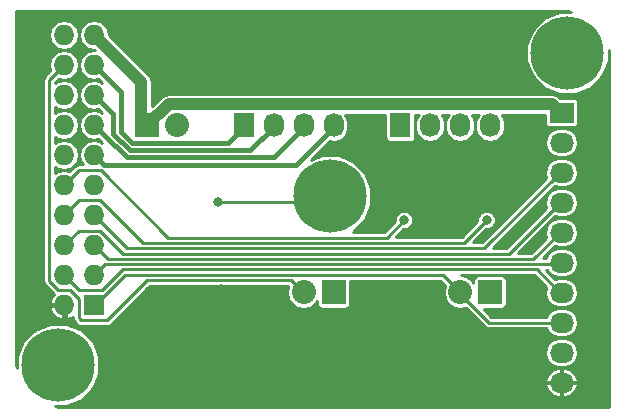
<source format=gbl>
G04 #@! TF.GenerationSoftware,KiCad,Pcbnew,(2016-12-15 revision b13c7e4)-master*
G04 #@! TF.CreationDate,2017-03-13T10:32:04-06:00*
G04 #@! TF.ProjectId,ToolHead_PCB,546F6F6C486561645F5043422E6B6963,0.7*
G04 #@! TF.FileFunction,Copper,L2,Bot,Signal*
G04 #@! TF.FilePolarity,Positive*
%FSLAX46Y46*%
G04 Gerber Fmt 4.6, Leading zero omitted, Abs format (unit mm)*
G04 Created by KiCad (PCBNEW (2016-12-15 revision b13c7e4)-master) date Mon Mar 13 10:32:04 2017*
%MOMM*%
%LPD*%
G01*
G04 APERTURE LIST*
%ADD10C,0.100000*%
%ADD11O,2.032000X1.727200*%
%ADD12R,2.032000X1.727200*%
%ADD13R,2.032000X2.032000*%
%ADD14O,2.032000X2.032000*%
%ADD15C,6.200000*%
%ADD16R,1.727200X1.727200*%
%ADD17O,1.727200X1.727200*%
%ADD18O,1.727200X2.032000*%
%ADD19R,1.727200X2.032000*%
%ADD20C,0.800000*%
%ADD21C,0.250000*%
%ADD22C,1.000000*%
%ADD23C,0.400000*%
%ADD24C,0.254000*%
G04 APERTURE END LIST*
D10*
D11*
X164080000Y-106760000D03*
X164080000Y-104220000D03*
X164080000Y-101680000D03*
X164080000Y-99140000D03*
X164080000Y-96600000D03*
X164080000Y-94060000D03*
X164080000Y-91520000D03*
X164080000Y-88980000D03*
X164080000Y-86440000D03*
D12*
X164080000Y-83900000D03*
D13*
X129005000Y-85000000D03*
D14*
X131545000Y-85000000D03*
D15*
X144500000Y-91000000D03*
D16*
X124505000Y-100200000D03*
D17*
X121965000Y-100200000D03*
X124505000Y-97660000D03*
X121965000Y-97660000D03*
X124505000Y-95120000D03*
X121965000Y-95120000D03*
X124505000Y-92580000D03*
X121965000Y-92580000D03*
X124505000Y-90040000D03*
X121965000Y-90040000D03*
X124505000Y-87500000D03*
X121965000Y-87500000D03*
X124505000Y-84960000D03*
X121965000Y-84960000D03*
X124505000Y-82420000D03*
X121965000Y-82420000D03*
X124505000Y-79880000D03*
X121965000Y-79880000D03*
X124505000Y-77340000D03*
X121965000Y-77340000D03*
D15*
X121465000Y-105250000D03*
X164580000Y-78850000D03*
D18*
X158025000Y-85000000D03*
X155485000Y-85000000D03*
X152945000Y-85000000D03*
D19*
X150405000Y-85000000D03*
X137165000Y-85000000D03*
D18*
X139705000Y-85000000D03*
X142245000Y-85000000D03*
X144785000Y-85000000D03*
D14*
X155485000Y-99100000D03*
D13*
X158025000Y-99100000D03*
D14*
X142245000Y-99100000D03*
D13*
X144785000Y-99100000D03*
D20*
X135000000Y-91500000D03*
X150735000Y-93020000D03*
X157735000Y-93020000D03*
X119919491Y-91300000D03*
X129150000Y-99050000D03*
X154240000Y-91770000D03*
X135250000Y-98870000D03*
D21*
X144000000Y-91500000D02*
X135000000Y-91500000D01*
X130751609Y-94489085D02*
X149265915Y-94489085D01*
X149265915Y-94489085D02*
X150735000Y-93020000D01*
X123205000Y-88800000D02*
X125062524Y-88800000D01*
X125062524Y-88800000D02*
X130751609Y-94489085D01*
X121965000Y-90040000D02*
X123205000Y-88800000D01*
X155815905Y-94939095D02*
X128618225Y-94939095D01*
X125029210Y-91350080D02*
X123194920Y-91350080D01*
X123194920Y-91350080D02*
X121965000Y-92580000D01*
X157735000Y-93020000D02*
X155815905Y-94939095D01*
X128618225Y-94939095D02*
X125029210Y-91350080D01*
D22*
X163969783Y-83900000D02*
X163269783Y-83200000D01*
X129005318Y-85000000D02*
X129005000Y-85000000D01*
X163269783Y-83200000D02*
X130805318Y-83200000D01*
X130805318Y-83200000D02*
X129005318Y-85000000D01*
X128497706Y-81332706D02*
X128497706Y-84492706D01*
X128497706Y-84492706D02*
X129005000Y-85000000D01*
X124505000Y-77340000D02*
X128497706Y-81332706D01*
D21*
X120699671Y-98158801D02*
X120699671Y-81145329D01*
X120699671Y-81145329D02*
X121965000Y-79880000D01*
X129009957Y-98090043D02*
X141190043Y-98090043D01*
X142200000Y-99100000D02*
X142245000Y-99100000D01*
X125800183Y-101299817D02*
X129009957Y-98090043D01*
X125601740Y-101498078D02*
X125800001Y-101299817D01*
X125800001Y-101299817D02*
X125800183Y-101299817D01*
X141190043Y-98090043D02*
X142200000Y-99100000D01*
X120699671Y-98158801D02*
X121440870Y-98900000D01*
X121440870Y-98900000D02*
X122419130Y-98900000D01*
X122419130Y-98900000D02*
X123199299Y-99680169D01*
X123199299Y-99680169D02*
X123199299Y-101300897D01*
X123396480Y-101498078D02*
X125601740Y-101498078D01*
X123199299Y-101300897D02*
X123396480Y-101498078D01*
D23*
X144785000Y-85000000D02*
X144785000Y-85152400D01*
X144785000Y-85152400D02*
X141617400Y-88320000D01*
X125325000Y-88320000D02*
X124505000Y-87500000D01*
X141617400Y-88320000D02*
X125325000Y-88320000D01*
X125368599Y-85823599D02*
X124505000Y-84960000D01*
X127248750Y-87703750D02*
X125368599Y-85823599D01*
X139687064Y-87703750D02*
X127248750Y-87703750D01*
X139690357Y-87707043D02*
X139687064Y-87703750D01*
X142245000Y-85152400D02*
X139690357Y-87707043D01*
X137696260Y-87103740D02*
X137692529Y-87100009D01*
X137692529Y-87100009D02*
X127501013Y-87100009D01*
X127501013Y-87100009D02*
X127497282Y-87103740D01*
X125368599Y-83283599D02*
X124505000Y-82420000D01*
X126108402Y-84023402D02*
X125368599Y-83283599D01*
X127497282Y-87103740D02*
X126108402Y-85714860D01*
X126108402Y-85714860D02*
X126108402Y-84023402D01*
X139705000Y-85095000D02*
X137696260Y-87103740D01*
X135800000Y-86500000D02*
X127742084Y-86500000D01*
X125368599Y-80743599D02*
X124505000Y-79880000D01*
X126761670Y-82136670D02*
X125368599Y-80743599D01*
X126761670Y-85519586D02*
X126761670Y-82136670D01*
X127742084Y-86500000D02*
X126761670Y-85519586D01*
X137165000Y-85135000D02*
X135800000Y-86500000D01*
D21*
X126910602Y-97189398D02*
X159730000Y-97189398D01*
X159730000Y-97189398D02*
X160591189Y-97189398D01*
X163927600Y-99140000D02*
X161976998Y-97189398D01*
X161976998Y-97189398D02*
X159730000Y-97189398D01*
X121965000Y-97660000D02*
X123205000Y-98900000D01*
X125200000Y-98900000D02*
X126910602Y-97189398D01*
X123205000Y-98900000D02*
X125200000Y-98900000D01*
X126978495Y-95839365D02*
X156930000Y-95839365D01*
X156930000Y-95839365D02*
X158053235Y-95839365D01*
X163927600Y-91520000D02*
X159608235Y-95839365D01*
X159608235Y-95839365D02*
X156930000Y-95839365D01*
X121965000Y-95120000D02*
X123185070Y-93899930D01*
X123185070Y-93899930D02*
X125039060Y-93899930D01*
X125039060Y-93899930D02*
X126978495Y-95839365D01*
X161910000Y-96739386D02*
X163950613Y-96739386D01*
X161910000Y-96739386D02*
X162385614Y-96739386D01*
X160200000Y-96739386D02*
X161910000Y-96739386D01*
X125368599Y-96796401D02*
X124505000Y-97660000D01*
X125425614Y-96739386D02*
X125368599Y-96796401D01*
X160200000Y-96739386D02*
X125425614Y-96739386D01*
X124505000Y-97660000D02*
X125425615Y-96739385D01*
X157518246Y-95389354D02*
X127314354Y-95389354D01*
X163927600Y-88980000D02*
X157518246Y-95389354D01*
X127314354Y-95389354D02*
X124505000Y-92580000D01*
X164080000Y-101680000D02*
X157930000Y-101680000D01*
X157930000Y-101680000D02*
X155485000Y-99235000D01*
X155485000Y-99235000D02*
X155485000Y-99100000D01*
X127097003Y-97639407D02*
X154024407Y-97639407D01*
X154024409Y-97639409D02*
X155485000Y-99100000D01*
X154024407Y-97639407D02*
X154024409Y-97639409D01*
X124536410Y-100200000D02*
X127097003Y-97639407D01*
X163927600Y-94060000D02*
X161698224Y-96289376D01*
X160110204Y-96289376D02*
X159680000Y-96289376D01*
X159680000Y-96289376D02*
X125674376Y-96289376D01*
X161698224Y-96289376D02*
X159680000Y-96289376D01*
X125674376Y-96289376D02*
X124505000Y-95120000D01*
D24*
G36*
X164853000Y-75369236D02*
X163890624Y-75368397D01*
X162610748Y-75897231D01*
X161630672Y-76875597D01*
X161099605Y-78154549D01*
X161098397Y-79539376D01*
X161627231Y-80819252D01*
X162605597Y-81799328D01*
X163884549Y-82330395D01*
X165269376Y-82331603D01*
X166549252Y-81802769D01*
X167529328Y-80824403D01*
X168060395Y-79545451D01*
X168061238Y-78579384D01*
X168124000Y-78894911D01*
X168124000Y-108794000D01*
X121509911Y-108794000D01*
X121192000Y-108730764D01*
X122154376Y-108731603D01*
X123434252Y-108202769D01*
X124414328Y-107224403D01*
X124500381Y-107017163D01*
X162709858Y-107017163D01*
X162753439Y-107177622D01*
X163002634Y-107595164D01*
X163392646Y-107885560D01*
X163864100Y-108004600D01*
X164016500Y-108004600D01*
X164016500Y-106823500D01*
X164143500Y-106823500D01*
X164143500Y-108004600D01*
X164295900Y-108004600D01*
X164767354Y-107885560D01*
X165157366Y-107595164D01*
X165406561Y-107177622D01*
X165450142Y-107017163D01*
X165379995Y-106823500D01*
X164143500Y-106823500D01*
X164016500Y-106823500D01*
X162780005Y-106823500D01*
X162709858Y-107017163D01*
X124500381Y-107017163D01*
X124713947Y-106502837D01*
X162709858Y-106502837D01*
X162780005Y-106696500D01*
X164016500Y-106696500D01*
X164016500Y-105515400D01*
X164143500Y-105515400D01*
X164143500Y-106696500D01*
X165379995Y-106696500D01*
X165450142Y-106502837D01*
X165406561Y-106342378D01*
X165157366Y-105924836D01*
X164767354Y-105634440D01*
X164295900Y-105515400D01*
X164143500Y-105515400D01*
X164016500Y-105515400D01*
X163864100Y-105515400D01*
X163392646Y-105634440D01*
X163002634Y-105924836D01*
X162753439Y-106342378D01*
X162709858Y-106502837D01*
X124713947Y-106502837D01*
X124945395Y-105945451D01*
X124946603Y-104560624D01*
X124805861Y-104220000D01*
X162655631Y-104220000D01*
X162750371Y-104696288D01*
X163020166Y-105100065D01*
X163423943Y-105369860D01*
X163900231Y-105464600D01*
X164259769Y-105464600D01*
X164736057Y-105369860D01*
X165139834Y-105100065D01*
X165409629Y-104696288D01*
X165504369Y-104220000D01*
X165409629Y-103743712D01*
X165139834Y-103339935D01*
X164736057Y-103070140D01*
X164259769Y-102975400D01*
X163900231Y-102975400D01*
X163423943Y-103070140D01*
X163020166Y-103339935D01*
X162750371Y-103743712D01*
X162655631Y-104220000D01*
X124805861Y-104220000D01*
X124417769Y-103280748D01*
X123439403Y-102300672D01*
X122160451Y-101769605D01*
X120775624Y-101768397D01*
X119495748Y-102297231D01*
X118515672Y-103275597D01*
X117984605Y-104554549D01*
X117983762Y-105520616D01*
X117921000Y-105205089D01*
X117921000Y-100515231D01*
X120760983Y-100515231D01*
X120890720Y-100828473D01*
X121213001Y-101191742D01*
X121649767Y-101404028D01*
X121842000Y-101343268D01*
X121842000Y-100323000D01*
X120822250Y-100323000D01*
X120760983Y-100515231D01*
X117921000Y-100515231D01*
X117921000Y-81145329D01*
X120193671Y-81145329D01*
X120193671Y-98158801D01*
X120232188Y-98352439D01*
X120341875Y-98516597D01*
X121083074Y-99257796D01*
X121137054Y-99293864D01*
X120890720Y-99571527D01*
X120760983Y-99884769D01*
X120822250Y-100077000D01*
X121842000Y-100077000D01*
X121842000Y-100057000D01*
X122088000Y-100057000D01*
X122088000Y-100077000D01*
X122108000Y-100077000D01*
X122108000Y-100323000D01*
X122088000Y-100323000D01*
X122088000Y-101343268D01*
X122280233Y-101404028D01*
X122693299Y-101203261D01*
X122693299Y-101300897D01*
X122731816Y-101494535D01*
X122841503Y-101658693D01*
X123038684Y-101855874D01*
X123202842Y-101965561D01*
X123396480Y-102004078D01*
X125601740Y-102004078D01*
X125795378Y-101965561D01*
X125959536Y-101855874D01*
X126157431Y-101657979D01*
X126157979Y-101657613D01*
X129219549Y-98596043D01*
X140942799Y-98596043D01*
X140848000Y-99072631D01*
X140848000Y-99127369D01*
X140954340Y-99661978D01*
X141257172Y-100115197D01*
X141710391Y-100418029D01*
X142245000Y-100524369D01*
X142779609Y-100418029D01*
X143232828Y-100115197D01*
X143380536Y-99894137D01*
X143380536Y-100116000D01*
X143410106Y-100264659D01*
X143494314Y-100390686D01*
X143620341Y-100474894D01*
X143769000Y-100504464D01*
X145801000Y-100504464D01*
X145949659Y-100474894D01*
X146075686Y-100390686D01*
X146159894Y-100264659D01*
X146189464Y-100116000D01*
X146189464Y-98145407D01*
X153814815Y-98145407D01*
X154199583Y-98530175D01*
X154194340Y-98538022D01*
X154088000Y-99072631D01*
X154088000Y-99127369D01*
X154194340Y-99661978D01*
X154497172Y-100115197D01*
X154950391Y-100418029D01*
X155485000Y-100524369D01*
X155963582Y-100429174D01*
X157572204Y-102037796D01*
X157736362Y-102147483D01*
X157930000Y-102186000D01*
X162770224Y-102186000D01*
X163020166Y-102560065D01*
X163423943Y-102829860D01*
X163900231Y-102924600D01*
X164259769Y-102924600D01*
X164736057Y-102829860D01*
X165139834Y-102560065D01*
X165409629Y-102156288D01*
X165504369Y-101680000D01*
X165409629Y-101203712D01*
X165139834Y-100799935D01*
X164736057Y-100530140D01*
X164259769Y-100435400D01*
X163900231Y-100435400D01*
X163423943Y-100530140D01*
X163020166Y-100799935D01*
X162770224Y-101174000D01*
X158139592Y-101174000D01*
X157470056Y-100504464D01*
X159041000Y-100504464D01*
X159189659Y-100474894D01*
X159315686Y-100390686D01*
X159399894Y-100264659D01*
X159429464Y-100116000D01*
X159429464Y-98084000D01*
X159399894Y-97935341D01*
X159315686Y-97809314D01*
X159189659Y-97725106D01*
X159041000Y-97695536D01*
X157009000Y-97695536D01*
X156860341Y-97725106D01*
X156734314Y-97809314D01*
X156650106Y-97935341D01*
X156620536Y-98084000D01*
X156620536Y-98305863D01*
X156472828Y-98084803D01*
X156019609Y-97781971D01*
X155584376Y-97695398D01*
X161767406Y-97695398D01*
X162747940Y-98675932D01*
X162655631Y-99140000D01*
X162750371Y-99616288D01*
X163020166Y-100020065D01*
X163423943Y-100289860D01*
X163900231Y-100384600D01*
X164259769Y-100384600D01*
X164736057Y-100289860D01*
X165139834Y-100020065D01*
X165409629Y-99616288D01*
X165504369Y-99140000D01*
X165409629Y-98663712D01*
X165139834Y-98259935D01*
X164736057Y-97990140D01*
X164259769Y-97895400D01*
X163900231Y-97895400D01*
X163481820Y-97978628D01*
X162748578Y-97245386D01*
X162863359Y-97245386D01*
X163020166Y-97480065D01*
X163423943Y-97749860D01*
X163900231Y-97844600D01*
X164259769Y-97844600D01*
X164736057Y-97749860D01*
X165139834Y-97480065D01*
X165409629Y-97076288D01*
X165504369Y-96600000D01*
X165409629Y-96123712D01*
X165139834Y-95719935D01*
X164736057Y-95450140D01*
X164259769Y-95355400D01*
X163900231Y-95355400D01*
X163423943Y-95450140D01*
X163020166Y-95719935D01*
X162750371Y-96123712D01*
X162728555Y-96233386D01*
X162469806Y-96233386D01*
X163481820Y-95221372D01*
X163900231Y-95304600D01*
X164259769Y-95304600D01*
X164736057Y-95209860D01*
X165139834Y-94940065D01*
X165409629Y-94536288D01*
X165504369Y-94060000D01*
X165409629Y-93583712D01*
X165139834Y-93179935D01*
X164736057Y-92910140D01*
X164259769Y-92815400D01*
X163900231Y-92815400D01*
X163423943Y-92910140D01*
X163020166Y-93179935D01*
X162750371Y-93583712D01*
X162655631Y-94060000D01*
X162747940Y-94524068D01*
X161488632Y-95783376D01*
X160379816Y-95783376D01*
X163481820Y-92681372D01*
X163900231Y-92764600D01*
X164259769Y-92764600D01*
X164736057Y-92669860D01*
X165139834Y-92400065D01*
X165409629Y-91996288D01*
X165504369Y-91520000D01*
X165409629Y-91043712D01*
X165139834Y-90639935D01*
X164736057Y-90370140D01*
X164259769Y-90275400D01*
X163900231Y-90275400D01*
X163423943Y-90370140D01*
X163020166Y-90639935D01*
X162750371Y-91043712D01*
X162655631Y-91520000D01*
X162747940Y-91984068D01*
X159398643Y-95333365D01*
X158289827Y-95333365D01*
X163481820Y-90141372D01*
X163900231Y-90224600D01*
X164259769Y-90224600D01*
X164736057Y-90129860D01*
X165139834Y-89860065D01*
X165409629Y-89456288D01*
X165504369Y-88980000D01*
X165409629Y-88503712D01*
X165139834Y-88099935D01*
X164736057Y-87830140D01*
X164259769Y-87735400D01*
X163900231Y-87735400D01*
X163423943Y-87830140D01*
X163020166Y-88099935D01*
X162750371Y-88503712D01*
X162655631Y-88980000D01*
X162747940Y-89444068D01*
X157308654Y-94883354D01*
X156587238Y-94883354D01*
X157669649Y-93800943D01*
X157889669Y-93801136D01*
X158176823Y-93682486D01*
X158396714Y-93462979D01*
X158515864Y-93176032D01*
X158516136Y-92865331D01*
X158397486Y-92578177D01*
X158177979Y-92358286D01*
X157891032Y-92239136D01*
X157580331Y-92238864D01*
X157293177Y-92357514D01*
X157073286Y-92577021D01*
X156954136Y-92863968D01*
X156953942Y-93085466D01*
X155606313Y-94433095D01*
X150037497Y-94433095D01*
X150669649Y-93800943D01*
X150889669Y-93801136D01*
X151176823Y-93682486D01*
X151396714Y-93462979D01*
X151515864Y-93176032D01*
X151516136Y-92865331D01*
X151397486Y-92578177D01*
X151177979Y-92358286D01*
X150891032Y-92239136D01*
X150580331Y-92238864D01*
X150293177Y-92357514D01*
X150073286Y-92577021D01*
X149954136Y-92863968D01*
X149953942Y-93085466D01*
X149056323Y-93983085D01*
X146395882Y-93983085D01*
X146469252Y-93952769D01*
X147449328Y-92974403D01*
X147980395Y-91695451D01*
X147981603Y-90310624D01*
X147452769Y-89030748D01*
X146474403Y-88050672D01*
X145195451Y-87519605D01*
X143810624Y-87518397D01*
X142839331Y-87919727D01*
X144319058Y-86440000D01*
X162655631Y-86440000D01*
X162750371Y-86916288D01*
X163020166Y-87320065D01*
X163423943Y-87589860D01*
X163900231Y-87684600D01*
X164259769Y-87684600D01*
X164736057Y-87589860D01*
X165139834Y-87320065D01*
X165409629Y-86916288D01*
X165504369Y-86440000D01*
X165409629Y-85963712D01*
X165139834Y-85559935D01*
X164736057Y-85290140D01*
X164259769Y-85195400D01*
X163900231Y-85195400D01*
X163423943Y-85290140D01*
X163020166Y-85559935D01*
X162750371Y-85963712D01*
X162655631Y-86440000D01*
X144319058Y-86440000D01*
X144409401Y-86349657D01*
X144785000Y-86424369D01*
X145261288Y-86329629D01*
X145665065Y-86059834D01*
X145934860Y-85656057D01*
X146029600Y-85179769D01*
X146029600Y-84820231D01*
X145934860Y-84343943D01*
X145759167Y-84081000D01*
X149152936Y-84081000D01*
X149152936Y-86016000D01*
X149182506Y-86164659D01*
X149266714Y-86290686D01*
X149392741Y-86374894D01*
X149541400Y-86404464D01*
X151268600Y-86404464D01*
X151417259Y-86374894D01*
X151543286Y-86290686D01*
X151627494Y-86164659D01*
X151657064Y-86016000D01*
X151657064Y-84081000D01*
X151970833Y-84081000D01*
X151795140Y-84343943D01*
X151700400Y-84820231D01*
X151700400Y-85179769D01*
X151795140Y-85656057D01*
X152064935Y-86059834D01*
X152468712Y-86329629D01*
X152945000Y-86424369D01*
X153421288Y-86329629D01*
X153825065Y-86059834D01*
X154094860Y-85656057D01*
X154189600Y-85179769D01*
X154189600Y-84820231D01*
X154094860Y-84343943D01*
X153919167Y-84081000D01*
X154510833Y-84081000D01*
X154335140Y-84343943D01*
X154240400Y-84820231D01*
X154240400Y-85179769D01*
X154335140Y-85656057D01*
X154604935Y-86059834D01*
X155008712Y-86329629D01*
X155485000Y-86424369D01*
X155961288Y-86329629D01*
X156365065Y-86059834D01*
X156634860Y-85656057D01*
X156729600Y-85179769D01*
X156729600Y-84820231D01*
X156634860Y-84343943D01*
X156459167Y-84081000D01*
X157050833Y-84081000D01*
X156875140Y-84343943D01*
X156780400Y-84820231D01*
X156780400Y-85179769D01*
X156875140Y-85656057D01*
X157144935Y-86059834D01*
X157548712Y-86329629D01*
X158025000Y-86424369D01*
X158501288Y-86329629D01*
X158905065Y-86059834D01*
X159174860Y-85656057D01*
X159269600Y-85179769D01*
X159269600Y-84820231D01*
X159174860Y-84343943D01*
X158999167Y-84081000D01*
X162675536Y-84081000D01*
X162675536Y-84763600D01*
X162705106Y-84912259D01*
X162789314Y-85038286D01*
X162915341Y-85122494D01*
X163064000Y-85152064D01*
X165096000Y-85152064D01*
X165244659Y-85122494D01*
X165370686Y-85038286D01*
X165454894Y-84912259D01*
X165484464Y-84763600D01*
X165484464Y-83036400D01*
X165454894Y-82887741D01*
X165370686Y-82761714D01*
X165244659Y-82677506D01*
X165096000Y-82647936D01*
X163963641Y-82647936D01*
X163892744Y-82577039D01*
X163606927Y-82386062D01*
X163269783Y-82319000D01*
X130805318Y-82319000D01*
X130468173Y-82386062D01*
X130182357Y-82577039D01*
X129378706Y-83380690D01*
X129378706Y-81332706D01*
X129311644Y-80995562D01*
X129120667Y-80709745D01*
X125770157Y-77359235D01*
X125773983Y-77340000D01*
X125679243Y-76863712D01*
X125409448Y-76459935D01*
X125005671Y-76190140D01*
X124529383Y-76095400D01*
X124480617Y-76095400D01*
X124004329Y-76190140D01*
X123600552Y-76459935D01*
X123330757Y-76863712D01*
X123236017Y-77340000D01*
X123330757Y-77816288D01*
X123600552Y-78220065D01*
X124004329Y-78489860D01*
X124480617Y-78584600D01*
X124503678Y-78584600D01*
X124560709Y-78641631D01*
X124529383Y-78635400D01*
X124480617Y-78635400D01*
X124004329Y-78730140D01*
X123600552Y-78999935D01*
X123330757Y-79403712D01*
X123236017Y-79880000D01*
X123330757Y-80356288D01*
X123600552Y-80760065D01*
X124004329Y-81029860D01*
X124480617Y-81124600D01*
X124529383Y-81124600D01*
X124861817Y-81058475D01*
X125210031Y-81406689D01*
X125005671Y-81270140D01*
X124529383Y-81175400D01*
X124480617Y-81175400D01*
X124004329Y-81270140D01*
X123600552Y-81539935D01*
X123330757Y-81943712D01*
X123236017Y-82420000D01*
X123330757Y-82896288D01*
X123600552Y-83300065D01*
X124004329Y-83569860D01*
X124480617Y-83664600D01*
X124529383Y-83664600D01*
X124861817Y-83598475D01*
X125210031Y-83946689D01*
X125005671Y-83810140D01*
X124529383Y-83715400D01*
X124480617Y-83715400D01*
X124004329Y-83810140D01*
X123600552Y-84079935D01*
X123330757Y-84483712D01*
X123236017Y-84960000D01*
X123330757Y-85436288D01*
X123600552Y-85840065D01*
X124004329Y-86109860D01*
X124480617Y-86204600D01*
X124529383Y-86204600D01*
X124861817Y-86138475D01*
X125210031Y-86486689D01*
X125005671Y-86350140D01*
X124529383Y-86255400D01*
X124480617Y-86255400D01*
X124004329Y-86350140D01*
X123600552Y-86619935D01*
X123330757Y-87023712D01*
X123236017Y-87500000D01*
X123330757Y-87976288D01*
X123543045Y-88294000D01*
X123205000Y-88294000D01*
X123011362Y-88332517D01*
X122847204Y-88442204D01*
X122410285Y-88879123D01*
X121989383Y-88795400D01*
X121940617Y-88795400D01*
X121464329Y-88890140D01*
X121205671Y-89062970D01*
X121205671Y-88477030D01*
X121464329Y-88649860D01*
X121940617Y-88744600D01*
X121989383Y-88744600D01*
X122465671Y-88649860D01*
X122869448Y-88380065D01*
X123139243Y-87976288D01*
X123233983Y-87500000D01*
X123139243Y-87023712D01*
X122869448Y-86619935D01*
X122465671Y-86350140D01*
X121989383Y-86255400D01*
X121940617Y-86255400D01*
X121464329Y-86350140D01*
X121205671Y-86522970D01*
X121205671Y-85937030D01*
X121464329Y-86109860D01*
X121940617Y-86204600D01*
X121989383Y-86204600D01*
X122465671Y-86109860D01*
X122869448Y-85840065D01*
X123139243Y-85436288D01*
X123233983Y-84960000D01*
X123139243Y-84483712D01*
X122869448Y-84079935D01*
X122465671Y-83810140D01*
X121989383Y-83715400D01*
X121940617Y-83715400D01*
X121464329Y-83810140D01*
X121205671Y-83982970D01*
X121205671Y-83397030D01*
X121464329Y-83569860D01*
X121940617Y-83664600D01*
X121989383Y-83664600D01*
X122465671Y-83569860D01*
X122869448Y-83300065D01*
X123139243Y-82896288D01*
X123233983Y-82420000D01*
X123139243Y-81943712D01*
X122869448Y-81539935D01*
X122465671Y-81270140D01*
X121989383Y-81175400D01*
X121940617Y-81175400D01*
X121464329Y-81270140D01*
X121205671Y-81442970D01*
X121205671Y-81354921D01*
X121519715Y-81040877D01*
X121940617Y-81124600D01*
X121989383Y-81124600D01*
X122465671Y-81029860D01*
X122869448Y-80760065D01*
X123139243Y-80356288D01*
X123233983Y-79880000D01*
X123139243Y-79403712D01*
X122869448Y-78999935D01*
X122465671Y-78730140D01*
X121989383Y-78635400D01*
X121940617Y-78635400D01*
X121464329Y-78730140D01*
X121060552Y-78999935D01*
X120790757Y-79403712D01*
X120696017Y-79880000D01*
X120787831Y-80341577D01*
X120341875Y-80787533D01*
X120232188Y-80951691D01*
X120193671Y-81145329D01*
X117921000Y-81145329D01*
X117921000Y-77340000D01*
X120696017Y-77340000D01*
X120790757Y-77816288D01*
X121060552Y-78220065D01*
X121464329Y-78489860D01*
X121940617Y-78584600D01*
X121989383Y-78584600D01*
X122465671Y-78489860D01*
X122869448Y-78220065D01*
X123139243Y-77816288D01*
X123233983Y-77340000D01*
X123139243Y-76863712D01*
X122869448Y-76459935D01*
X122465671Y-76190140D01*
X121989383Y-76095400D01*
X121940617Y-76095400D01*
X121464329Y-76190140D01*
X121060552Y-76459935D01*
X120790757Y-76863712D01*
X120696017Y-77340000D01*
X117921000Y-77340000D01*
X117921000Y-75306000D01*
X164535089Y-75306000D01*
X164853000Y-75369236D01*
X164853000Y-75369236D01*
G37*
X164853000Y-75369236D02*
X163890624Y-75368397D01*
X162610748Y-75897231D01*
X161630672Y-76875597D01*
X161099605Y-78154549D01*
X161098397Y-79539376D01*
X161627231Y-80819252D01*
X162605597Y-81799328D01*
X163884549Y-82330395D01*
X165269376Y-82331603D01*
X166549252Y-81802769D01*
X167529328Y-80824403D01*
X168060395Y-79545451D01*
X168061238Y-78579384D01*
X168124000Y-78894911D01*
X168124000Y-108794000D01*
X121509911Y-108794000D01*
X121192000Y-108730764D01*
X122154376Y-108731603D01*
X123434252Y-108202769D01*
X124414328Y-107224403D01*
X124500381Y-107017163D01*
X162709858Y-107017163D01*
X162753439Y-107177622D01*
X163002634Y-107595164D01*
X163392646Y-107885560D01*
X163864100Y-108004600D01*
X164016500Y-108004600D01*
X164016500Y-106823500D01*
X164143500Y-106823500D01*
X164143500Y-108004600D01*
X164295900Y-108004600D01*
X164767354Y-107885560D01*
X165157366Y-107595164D01*
X165406561Y-107177622D01*
X165450142Y-107017163D01*
X165379995Y-106823500D01*
X164143500Y-106823500D01*
X164016500Y-106823500D01*
X162780005Y-106823500D01*
X162709858Y-107017163D01*
X124500381Y-107017163D01*
X124713947Y-106502837D01*
X162709858Y-106502837D01*
X162780005Y-106696500D01*
X164016500Y-106696500D01*
X164016500Y-105515400D01*
X164143500Y-105515400D01*
X164143500Y-106696500D01*
X165379995Y-106696500D01*
X165450142Y-106502837D01*
X165406561Y-106342378D01*
X165157366Y-105924836D01*
X164767354Y-105634440D01*
X164295900Y-105515400D01*
X164143500Y-105515400D01*
X164016500Y-105515400D01*
X163864100Y-105515400D01*
X163392646Y-105634440D01*
X163002634Y-105924836D01*
X162753439Y-106342378D01*
X162709858Y-106502837D01*
X124713947Y-106502837D01*
X124945395Y-105945451D01*
X124946603Y-104560624D01*
X124805861Y-104220000D01*
X162655631Y-104220000D01*
X162750371Y-104696288D01*
X163020166Y-105100065D01*
X163423943Y-105369860D01*
X163900231Y-105464600D01*
X164259769Y-105464600D01*
X164736057Y-105369860D01*
X165139834Y-105100065D01*
X165409629Y-104696288D01*
X165504369Y-104220000D01*
X165409629Y-103743712D01*
X165139834Y-103339935D01*
X164736057Y-103070140D01*
X164259769Y-102975400D01*
X163900231Y-102975400D01*
X163423943Y-103070140D01*
X163020166Y-103339935D01*
X162750371Y-103743712D01*
X162655631Y-104220000D01*
X124805861Y-104220000D01*
X124417769Y-103280748D01*
X123439403Y-102300672D01*
X122160451Y-101769605D01*
X120775624Y-101768397D01*
X119495748Y-102297231D01*
X118515672Y-103275597D01*
X117984605Y-104554549D01*
X117983762Y-105520616D01*
X117921000Y-105205089D01*
X117921000Y-100515231D01*
X120760983Y-100515231D01*
X120890720Y-100828473D01*
X121213001Y-101191742D01*
X121649767Y-101404028D01*
X121842000Y-101343268D01*
X121842000Y-100323000D01*
X120822250Y-100323000D01*
X120760983Y-100515231D01*
X117921000Y-100515231D01*
X117921000Y-81145329D01*
X120193671Y-81145329D01*
X120193671Y-98158801D01*
X120232188Y-98352439D01*
X120341875Y-98516597D01*
X121083074Y-99257796D01*
X121137054Y-99293864D01*
X120890720Y-99571527D01*
X120760983Y-99884769D01*
X120822250Y-100077000D01*
X121842000Y-100077000D01*
X121842000Y-100057000D01*
X122088000Y-100057000D01*
X122088000Y-100077000D01*
X122108000Y-100077000D01*
X122108000Y-100323000D01*
X122088000Y-100323000D01*
X122088000Y-101343268D01*
X122280233Y-101404028D01*
X122693299Y-101203261D01*
X122693299Y-101300897D01*
X122731816Y-101494535D01*
X122841503Y-101658693D01*
X123038684Y-101855874D01*
X123202842Y-101965561D01*
X123396480Y-102004078D01*
X125601740Y-102004078D01*
X125795378Y-101965561D01*
X125959536Y-101855874D01*
X126157431Y-101657979D01*
X126157979Y-101657613D01*
X129219549Y-98596043D01*
X140942799Y-98596043D01*
X140848000Y-99072631D01*
X140848000Y-99127369D01*
X140954340Y-99661978D01*
X141257172Y-100115197D01*
X141710391Y-100418029D01*
X142245000Y-100524369D01*
X142779609Y-100418029D01*
X143232828Y-100115197D01*
X143380536Y-99894137D01*
X143380536Y-100116000D01*
X143410106Y-100264659D01*
X143494314Y-100390686D01*
X143620341Y-100474894D01*
X143769000Y-100504464D01*
X145801000Y-100504464D01*
X145949659Y-100474894D01*
X146075686Y-100390686D01*
X146159894Y-100264659D01*
X146189464Y-100116000D01*
X146189464Y-98145407D01*
X153814815Y-98145407D01*
X154199583Y-98530175D01*
X154194340Y-98538022D01*
X154088000Y-99072631D01*
X154088000Y-99127369D01*
X154194340Y-99661978D01*
X154497172Y-100115197D01*
X154950391Y-100418029D01*
X155485000Y-100524369D01*
X155963582Y-100429174D01*
X157572204Y-102037796D01*
X157736362Y-102147483D01*
X157930000Y-102186000D01*
X162770224Y-102186000D01*
X163020166Y-102560065D01*
X163423943Y-102829860D01*
X163900231Y-102924600D01*
X164259769Y-102924600D01*
X164736057Y-102829860D01*
X165139834Y-102560065D01*
X165409629Y-102156288D01*
X165504369Y-101680000D01*
X165409629Y-101203712D01*
X165139834Y-100799935D01*
X164736057Y-100530140D01*
X164259769Y-100435400D01*
X163900231Y-100435400D01*
X163423943Y-100530140D01*
X163020166Y-100799935D01*
X162770224Y-101174000D01*
X158139592Y-101174000D01*
X157470056Y-100504464D01*
X159041000Y-100504464D01*
X159189659Y-100474894D01*
X159315686Y-100390686D01*
X159399894Y-100264659D01*
X159429464Y-100116000D01*
X159429464Y-98084000D01*
X159399894Y-97935341D01*
X159315686Y-97809314D01*
X159189659Y-97725106D01*
X159041000Y-97695536D01*
X157009000Y-97695536D01*
X156860341Y-97725106D01*
X156734314Y-97809314D01*
X156650106Y-97935341D01*
X156620536Y-98084000D01*
X156620536Y-98305863D01*
X156472828Y-98084803D01*
X156019609Y-97781971D01*
X155584376Y-97695398D01*
X161767406Y-97695398D01*
X162747940Y-98675932D01*
X162655631Y-99140000D01*
X162750371Y-99616288D01*
X163020166Y-100020065D01*
X163423943Y-100289860D01*
X163900231Y-100384600D01*
X164259769Y-100384600D01*
X164736057Y-100289860D01*
X165139834Y-100020065D01*
X165409629Y-99616288D01*
X165504369Y-99140000D01*
X165409629Y-98663712D01*
X165139834Y-98259935D01*
X164736057Y-97990140D01*
X164259769Y-97895400D01*
X163900231Y-97895400D01*
X163481820Y-97978628D01*
X162748578Y-97245386D01*
X162863359Y-97245386D01*
X163020166Y-97480065D01*
X163423943Y-97749860D01*
X163900231Y-97844600D01*
X164259769Y-97844600D01*
X164736057Y-97749860D01*
X165139834Y-97480065D01*
X165409629Y-97076288D01*
X165504369Y-96600000D01*
X165409629Y-96123712D01*
X165139834Y-95719935D01*
X164736057Y-95450140D01*
X164259769Y-95355400D01*
X163900231Y-95355400D01*
X163423943Y-95450140D01*
X163020166Y-95719935D01*
X162750371Y-96123712D01*
X162728555Y-96233386D01*
X162469806Y-96233386D01*
X163481820Y-95221372D01*
X163900231Y-95304600D01*
X164259769Y-95304600D01*
X164736057Y-95209860D01*
X165139834Y-94940065D01*
X165409629Y-94536288D01*
X165504369Y-94060000D01*
X165409629Y-93583712D01*
X165139834Y-93179935D01*
X164736057Y-92910140D01*
X164259769Y-92815400D01*
X163900231Y-92815400D01*
X163423943Y-92910140D01*
X163020166Y-93179935D01*
X162750371Y-93583712D01*
X162655631Y-94060000D01*
X162747940Y-94524068D01*
X161488632Y-95783376D01*
X160379816Y-95783376D01*
X163481820Y-92681372D01*
X163900231Y-92764600D01*
X164259769Y-92764600D01*
X164736057Y-92669860D01*
X165139834Y-92400065D01*
X165409629Y-91996288D01*
X165504369Y-91520000D01*
X165409629Y-91043712D01*
X165139834Y-90639935D01*
X164736057Y-90370140D01*
X164259769Y-90275400D01*
X163900231Y-90275400D01*
X163423943Y-90370140D01*
X163020166Y-90639935D01*
X162750371Y-91043712D01*
X162655631Y-91520000D01*
X162747940Y-91984068D01*
X159398643Y-95333365D01*
X158289827Y-95333365D01*
X163481820Y-90141372D01*
X163900231Y-90224600D01*
X164259769Y-90224600D01*
X164736057Y-90129860D01*
X165139834Y-89860065D01*
X165409629Y-89456288D01*
X165504369Y-88980000D01*
X165409629Y-88503712D01*
X165139834Y-88099935D01*
X164736057Y-87830140D01*
X164259769Y-87735400D01*
X163900231Y-87735400D01*
X163423943Y-87830140D01*
X163020166Y-88099935D01*
X162750371Y-88503712D01*
X162655631Y-88980000D01*
X162747940Y-89444068D01*
X157308654Y-94883354D01*
X156587238Y-94883354D01*
X157669649Y-93800943D01*
X157889669Y-93801136D01*
X158176823Y-93682486D01*
X158396714Y-93462979D01*
X158515864Y-93176032D01*
X158516136Y-92865331D01*
X158397486Y-92578177D01*
X158177979Y-92358286D01*
X157891032Y-92239136D01*
X157580331Y-92238864D01*
X157293177Y-92357514D01*
X157073286Y-92577021D01*
X156954136Y-92863968D01*
X156953942Y-93085466D01*
X155606313Y-94433095D01*
X150037497Y-94433095D01*
X150669649Y-93800943D01*
X150889669Y-93801136D01*
X151176823Y-93682486D01*
X151396714Y-93462979D01*
X151515864Y-93176032D01*
X151516136Y-92865331D01*
X151397486Y-92578177D01*
X151177979Y-92358286D01*
X150891032Y-92239136D01*
X150580331Y-92238864D01*
X150293177Y-92357514D01*
X150073286Y-92577021D01*
X149954136Y-92863968D01*
X149953942Y-93085466D01*
X149056323Y-93983085D01*
X146395882Y-93983085D01*
X146469252Y-93952769D01*
X147449328Y-92974403D01*
X147980395Y-91695451D01*
X147981603Y-90310624D01*
X147452769Y-89030748D01*
X146474403Y-88050672D01*
X145195451Y-87519605D01*
X143810624Y-87518397D01*
X142839331Y-87919727D01*
X144319058Y-86440000D01*
X162655631Y-86440000D01*
X162750371Y-86916288D01*
X163020166Y-87320065D01*
X163423943Y-87589860D01*
X163900231Y-87684600D01*
X164259769Y-87684600D01*
X164736057Y-87589860D01*
X165139834Y-87320065D01*
X165409629Y-86916288D01*
X165504369Y-86440000D01*
X165409629Y-85963712D01*
X165139834Y-85559935D01*
X164736057Y-85290140D01*
X164259769Y-85195400D01*
X163900231Y-85195400D01*
X163423943Y-85290140D01*
X163020166Y-85559935D01*
X162750371Y-85963712D01*
X162655631Y-86440000D01*
X144319058Y-86440000D01*
X144409401Y-86349657D01*
X144785000Y-86424369D01*
X145261288Y-86329629D01*
X145665065Y-86059834D01*
X145934860Y-85656057D01*
X146029600Y-85179769D01*
X146029600Y-84820231D01*
X145934860Y-84343943D01*
X145759167Y-84081000D01*
X149152936Y-84081000D01*
X149152936Y-86016000D01*
X149182506Y-86164659D01*
X149266714Y-86290686D01*
X149392741Y-86374894D01*
X149541400Y-86404464D01*
X151268600Y-86404464D01*
X151417259Y-86374894D01*
X151543286Y-86290686D01*
X151627494Y-86164659D01*
X151657064Y-86016000D01*
X151657064Y-84081000D01*
X151970833Y-84081000D01*
X151795140Y-84343943D01*
X151700400Y-84820231D01*
X151700400Y-85179769D01*
X151795140Y-85656057D01*
X152064935Y-86059834D01*
X152468712Y-86329629D01*
X152945000Y-86424369D01*
X153421288Y-86329629D01*
X153825065Y-86059834D01*
X154094860Y-85656057D01*
X154189600Y-85179769D01*
X154189600Y-84820231D01*
X154094860Y-84343943D01*
X153919167Y-84081000D01*
X154510833Y-84081000D01*
X154335140Y-84343943D01*
X154240400Y-84820231D01*
X154240400Y-85179769D01*
X154335140Y-85656057D01*
X154604935Y-86059834D01*
X155008712Y-86329629D01*
X155485000Y-86424369D01*
X155961288Y-86329629D01*
X156365065Y-86059834D01*
X156634860Y-85656057D01*
X156729600Y-85179769D01*
X156729600Y-84820231D01*
X156634860Y-84343943D01*
X156459167Y-84081000D01*
X157050833Y-84081000D01*
X156875140Y-84343943D01*
X156780400Y-84820231D01*
X156780400Y-85179769D01*
X156875140Y-85656057D01*
X157144935Y-86059834D01*
X157548712Y-86329629D01*
X158025000Y-86424369D01*
X158501288Y-86329629D01*
X158905065Y-86059834D01*
X159174860Y-85656057D01*
X159269600Y-85179769D01*
X159269600Y-84820231D01*
X159174860Y-84343943D01*
X158999167Y-84081000D01*
X162675536Y-84081000D01*
X162675536Y-84763600D01*
X162705106Y-84912259D01*
X162789314Y-85038286D01*
X162915341Y-85122494D01*
X163064000Y-85152064D01*
X165096000Y-85152064D01*
X165244659Y-85122494D01*
X165370686Y-85038286D01*
X165454894Y-84912259D01*
X165484464Y-84763600D01*
X165484464Y-83036400D01*
X165454894Y-82887741D01*
X165370686Y-82761714D01*
X165244659Y-82677506D01*
X165096000Y-82647936D01*
X163963641Y-82647936D01*
X163892744Y-82577039D01*
X163606927Y-82386062D01*
X163269783Y-82319000D01*
X130805318Y-82319000D01*
X130468173Y-82386062D01*
X130182357Y-82577039D01*
X129378706Y-83380690D01*
X129378706Y-81332706D01*
X129311644Y-80995562D01*
X129120667Y-80709745D01*
X125770157Y-77359235D01*
X125773983Y-77340000D01*
X125679243Y-76863712D01*
X125409448Y-76459935D01*
X125005671Y-76190140D01*
X124529383Y-76095400D01*
X124480617Y-76095400D01*
X124004329Y-76190140D01*
X123600552Y-76459935D01*
X123330757Y-76863712D01*
X123236017Y-77340000D01*
X123330757Y-77816288D01*
X123600552Y-78220065D01*
X124004329Y-78489860D01*
X124480617Y-78584600D01*
X124503678Y-78584600D01*
X124560709Y-78641631D01*
X124529383Y-78635400D01*
X124480617Y-78635400D01*
X124004329Y-78730140D01*
X123600552Y-78999935D01*
X123330757Y-79403712D01*
X123236017Y-79880000D01*
X123330757Y-80356288D01*
X123600552Y-80760065D01*
X124004329Y-81029860D01*
X124480617Y-81124600D01*
X124529383Y-81124600D01*
X124861817Y-81058475D01*
X125210031Y-81406689D01*
X125005671Y-81270140D01*
X124529383Y-81175400D01*
X124480617Y-81175400D01*
X124004329Y-81270140D01*
X123600552Y-81539935D01*
X123330757Y-81943712D01*
X123236017Y-82420000D01*
X123330757Y-82896288D01*
X123600552Y-83300065D01*
X124004329Y-83569860D01*
X124480617Y-83664600D01*
X124529383Y-83664600D01*
X124861817Y-83598475D01*
X125210031Y-83946689D01*
X125005671Y-83810140D01*
X124529383Y-83715400D01*
X124480617Y-83715400D01*
X124004329Y-83810140D01*
X123600552Y-84079935D01*
X123330757Y-84483712D01*
X123236017Y-84960000D01*
X123330757Y-85436288D01*
X123600552Y-85840065D01*
X124004329Y-86109860D01*
X124480617Y-86204600D01*
X124529383Y-86204600D01*
X124861817Y-86138475D01*
X125210031Y-86486689D01*
X125005671Y-86350140D01*
X124529383Y-86255400D01*
X124480617Y-86255400D01*
X124004329Y-86350140D01*
X123600552Y-86619935D01*
X123330757Y-87023712D01*
X123236017Y-87500000D01*
X123330757Y-87976288D01*
X123543045Y-88294000D01*
X123205000Y-88294000D01*
X123011362Y-88332517D01*
X122847204Y-88442204D01*
X122410285Y-88879123D01*
X121989383Y-88795400D01*
X121940617Y-88795400D01*
X121464329Y-88890140D01*
X121205671Y-89062970D01*
X121205671Y-88477030D01*
X121464329Y-88649860D01*
X121940617Y-88744600D01*
X121989383Y-88744600D01*
X122465671Y-88649860D01*
X122869448Y-88380065D01*
X123139243Y-87976288D01*
X123233983Y-87500000D01*
X123139243Y-87023712D01*
X122869448Y-86619935D01*
X122465671Y-86350140D01*
X121989383Y-86255400D01*
X121940617Y-86255400D01*
X121464329Y-86350140D01*
X121205671Y-86522970D01*
X121205671Y-85937030D01*
X121464329Y-86109860D01*
X121940617Y-86204600D01*
X121989383Y-86204600D01*
X122465671Y-86109860D01*
X122869448Y-85840065D01*
X123139243Y-85436288D01*
X123233983Y-84960000D01*
X123139243Y-84483712D01*
X122869448Y-84079935D01*
X122465671Y-83810140D01*
X121989383Y-83715400D01*
X121940617Y-83715400D01*
X121464329Y-83810140D01*
X121205671Y-83982970D01*
X121205671Y-83397030D01*
X121464329Y-83569860D01*
X121940617Y-83664600D01*
X121989383Y-83664600D01*
X122465671Y-83569860D01*
X122869448Y-83300065D01*
X123139243Y-82896288D01*
X123233983Y-82420000D01*
X123139243Y-81943712D01*
X122869448Y-81539935D01*
X122465671Y-81270140D01*
X121989383Y-81175400D01*
X121940617Y-81175400D01*
X121464329Y-81270140D01*
X121205671Y-81442970D01*
X121205671Y-81354921D01*
X121519715Y-81040877D01*
X121940617Y-81124600D01*
X121989383Y-81124600D01*
X122465671Y-81029860D01*
X122869448Y-80760065D01*
X123139243Y-80356288D01*
X123233983Y-79880000D01*
X123139243Y-79403712D01*
X122869448Y-78999935D01*
X122465671Y-78730140D01*
X121989383Y-78635400D01*
X121940617Y-78635400D01*
X121464329Y-78730140D01*
X121060552Y-78999935D01*
X120790757Y-79403712D01*
X120696017Y-79880000D01*
X120787831Y-80341577D01*
X120341875Y-80787533D01*
X120232188Y-80951691D01*
X120193671Y-81145329D01*
X117921000Y-81145329D01*
X117921000Y-77340000D01*
X120696017Y-77340000D01*
X120790757Y-77816288D01*
X121060552Y-78220065D01*
X121464329Y-78489860D01*
X121940617Y-78584600D01*
X121989383Y-78584600D01*
X122465671Y-78489860D01*
X122869448Y-78220065D01*
X123139243Y-77816288D01*
X123233983Y-77340000D01*
X123139243Y-76863712D01*
X122869448Y-76459935D01*
X122465671Y-76190140D01*
X121989383Y-76095400D01*
X121940617Y-76095400D01*
X121464329Y-76190140D01*
X121060552Y-76459935D01*
X120790757Y-76863712D01*
X120696017Y-77340000D01*
X117921000Y-77340000D01*
X117921000Y-75306000D01*
X164535089Y-75306000D01*
X164853000Y-75369236D01*
M02*

</source>
